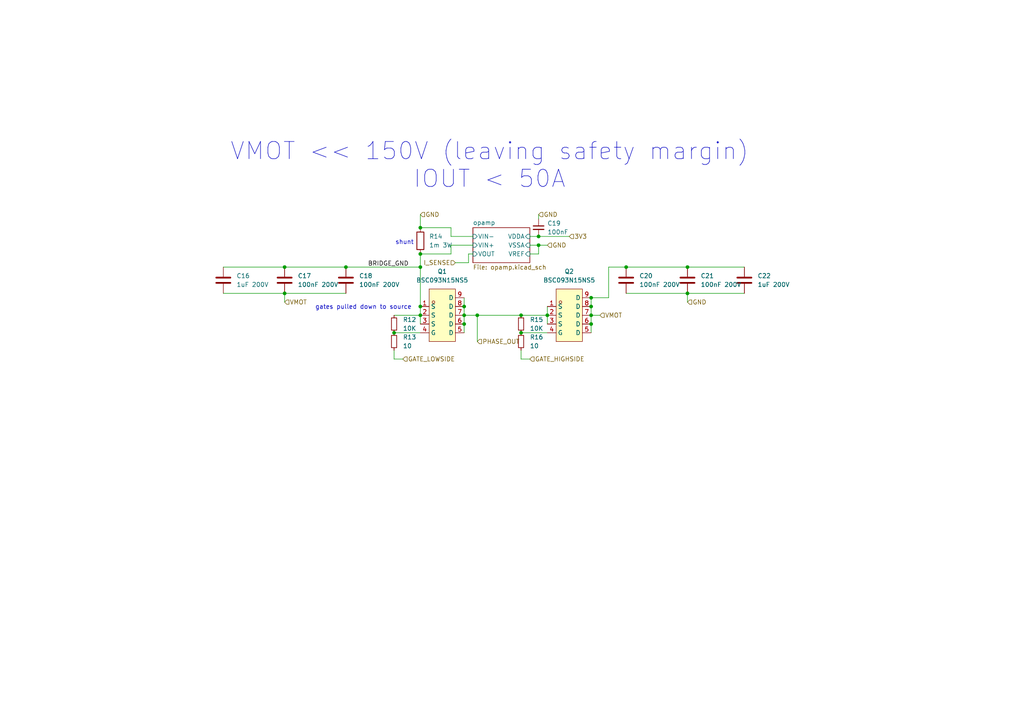
<source format=kicad_sch>
(kicad_sch (version 20250114) (generator "eeschema") (generator_version "9.0")
  (paper "A4")
  (lib_symbols
    (symbol "Device:C" (pin_numbers (hide yes)) (pin_names (offset 0.254))
      (property "Reference" "C" (at 0.635 2.54 0))
      (property "Value" "C" (at 0.635 -2.54 0))
      (symbol "C_0_1"
        (polyline (pts (xy -2.032 0.762) (xy 2.032 0.762)) (stroke (width 0.508)))
        (polyline (pts (xy -2.032 -0.762) (xy 2.032 -0.762)) (stroke (width 0.508)))
      )
      (symbol "C_1_1"
        (pin passive line (at 0 3.81 270) (length 2.794) (name "~") (number "1"))
        (pin passive line (at 0 -3.81 90) (length 2.794) (name "~") (number "2"))
      )
    )
    (symbol "Device:C_Small" (pin_numbers (hide yes)) (pin_names (offset 0.254) (hide yes))
      (property "Reference" "C" (at 0.254 1.778 0))
      (property "Value" "C_Small" (at 0.254 -2.032 0))
      (symbol "C_Small_0_1"
        (polyline (pts (xy -1.524 0.508) (xy 1.524 0.508)) (stroke (width 0.3048)))
        (polyline (pts (xy -1.524 -0.508) (xy 1.524 -0.508)) (stroke (width 0.3302)))
      )
      (symbol "C_Small_1_1"
        (pin passive line (at 0 2.54 270) (length 2.032) (name "~") (number "1"))
        (pin passive line (at 0 -2.54 90) (length 2.032) (name "~") (number "2"))
      )
    )
    (symbol "Device:R" (pin_numbers (hide yes)) (pin_names (offset 0))
      (property "Reference" "R" (at 2.032 0 90))
      (property "Value" "R" (at 0 0 90))
      (symbol "R_0_1"
        (rectangle (start -1.016 -2.54) (end 1.016 2.54) (stroke (width 0.254)))
      )
      (symbol "R_1_1"
        (pin passive line (at 0 3.81 270) (length 1.27) (name "~") (number "1"))
        (pin passive line (at 0 -3.81 90) (length 1.27) (name "~") (number "2"))
      )
    )
    (symbol "Device:R_Small" (pin_numbers (hide yes)) (pin_names (offset 0.254) (hide yes))
      (property "Reference" "R" (at 0 0 90))
      (property "Value" "R_Small" (at 1.778 0 90))
      (symbol "R_Small_0_1"
        (rectangle (start -0.762 1.778) (end 0.762 -1.778) (stroke (width 0.2032)))
      )
      (symbol "R_Small_1_1"
        (pin passive line (at 0 2.54 270) (length 0.762) (name "~") (number "1"))
        (pin passive line (at 0 -2.54 90) (length 0.762) (name "~") (number "2"))
      )
    )
    (symbol "EasyEDA:BSC190N15NS3G(TOKMAS)"
      (property "Reference" "Q" (at 0 10.16 0))
      (property "Value" "BSC190N15NS3G(TOKMAS)" (at 0 -10.16 0))
      (symbol "BSC190N15NS3G(TOKMAS)_0_1"
        (rectangle (start -5.08 7.62) (end 2.54 -7.62) (fill (type background)))
        (circle (center -3.81 3.81) (radius 0.38))
      )
      (symbol "BSC190N15NS3G(TOKMAS)_1_1"
        (pin passive line (at -7.62 2.54 0) (length 2.54) (name "S") (number "1"))
        (pin passive line (at -7.62 0 0) (length 2.54) (name "S") (number "2"))
        (pin passive line (at -7.62 -2.54 0) (length 2.54) (name "S") (number "3"))
        (pin input line (at -7.62 -5.08 0) (length 2.54) (name "G") (number "4"))
        (pin passive line (at 5.08 5.08 180) (length 2.54) (name "D") (number "9"))
        (pin passive line (at 5.08 2.54 180) (length 2.54) (name "D") (number "8"))
        (pin passive line (at 5.08 0 180) (length 2.54) (name "D") (number "7"))
        (pin passive line (at 5.08 -2.54 180) (length 2.54) (name "D") (number "6"))
        (pin passive line (at 5.08 -5.08 180) (length 2.54) (name "D") (number "5"))
      )
    )
  )
  (text "shunt" (at 117.348 70.358 0) (effects (font (size 1.27 1.27))))
  (text "gates pulled down to source" (at 105.41 89.154 0) (effects (font (size 1.27 1.27))))
  (text "VMOT << 150V (leaving safety margin)\nIOUT < 50A" (at 141.986 48.006 0) (effects (font (size 5 5))))
  (junction (at 138.43 91.44))
  (junction (at 199.39 77.47))
  (junction (at 199.39 85.09))
  (junction (at 121.92 66.04))
  (junction (at 151.13 96.52))
  (junction (at 171.45 86.36))
  (junction (at 171.45 88.9))
  (junction (at 82.55 85.09))
  (junction (at 181.61 77.47))
  (junction (at 156.21 71.12))
  (junction (at 100.33 77.47))
  (junction (at 121.92 91.44))
  (junction (at 134.62 88.9))
  (junction (at 134.62 91.44))
  (junction (at 82.55 77.47))
  (junction (at 171.45 93.98))
  (junction (at 121.92 77.47))
  (junction (at 114.3 96.52))
  (junction (at 171.45 91.44))
  (junction (at 156.21 68.58))
  (junction (at 158.75 91.44))
  (junction (at 121.92 73.66))
  (junction (at 134.62 93.98))
  (junction (at 121.92 88.9))
  (junction (at 151.13 91.44))
  (wire (pts (xy 121.92 77.47) (xy 121.92 88.9)))
  (wire (pts (xy 130.81 73.66) (xy 121.92 73.66)))
  (wire (pts (xy 151.13 101.6) (xy 151.13 104.14)))
  (wire (pts (xy 82.55 87.63) (xy 82.55 85.09)))
  (wire (pts (xy 156.21 71.12) (xy 158.75 71.12)))
  (wire (pts (xy 64.77 77.47) (xy 82.55 77.47)))
  (wire (pts (xy 64.77 85.09) (xy 82.55 85.09)))
  (wire (pts (xy 171.45 93.98) (xy 171.45 96.52)))
  (wire (pts (xy 156.21 62.23) (xy 156.21 63.5)))
  (wire (pts (xy 130.81 68.58) (xy 137.16 68.58)))
  (wire (pts (xy 134.62 86.36) (xy 134.62 88.9)))
  (wire (pts (xy 153.67 73.66) (xy 156.21 73.66)))
  (wire (pts (xy 114.3 91.44) (xy 121.92 91.44)))
  (wire (pts (xy 100.33 77.47) (xy 121.92 77.47)))
  (wire (pts (xy 173.99 91.44) (xy 171.45 91.44)))
  (wire (pts (xy 156.21 73.66) (xy 156.21 71.12)))
  (wire (pts (xy 132.08 76.2) (xy 135.89 76.2)))
  (wire (pts (xy 158.75 91.44) (xy 158.75 93.98)))
  (wire (pts (xy 121.92 88.9) (xy 121.92 91.44)))
  (wire (pts (xy 156.21 71.12) (xy 153.67 71.12)))
  (wire (pts (xy 176.53 77.47) (xy 181.61 77.47)))
  (wire (pts (xy 130.81 71.12) (xy 130.81 73.66)))
  (wire (pts (xy 171.45 91.44) (xy 171.45 93.98)))
  (wire (pts (xy 138.43 99.06) (xy 138.43 91.44)))
  (wire (pts (xy 151.13 91.44) (xy 158.75 91.44)))
  (wire (pts (xy 134.62 88.9) (xy 134.62 91.44)))
  (wire (pts (xy 135.89 73.66) (xy 137.16 73.66)))
  (wire (pts (xy 199.39 85.09) (xy 215.9 85.09)))
  (wire (pts (xy 151.13 104.14) (xy 153.67 104.14)))
  (wire (pts (xy 121.92 73.66) (xy 121.92 77.47)))
  (wire (pts (xy 135.89 76.2) (xy 135.89 73.66)))
  (wire (pts (xy 134.62 91.44) (xy 138.43 91.44)))
  (wire (pts (xy 82.55 77.47) (xy 100.33 77.47)))
  (wire (pts (xy 121.92 91.44) (xy 121.92 93.98)))
  (wire (pts (xy 181.61 85.09) (xy 199.39 85.09)))
  (wire (pts (xy 171.45 88.9) (xy 171.45 91.44)))
  (wire (pts (xy 153.67 68.58) (xy 156.21 68.58)))
  (wire (pts (xy 171.45 86.36) (xy 171.45 88.9)))
  (wire (pts (xy 199.39 77.47) (xy 215.9 77.47)))
  (wire (pts (xy 114.3 96.52) (xy 121.92 96.52)))
  (wire (pts (xy 134.62 91.44) (xy 134.62 93.98)))
  (wire (pts (xy 116.84 104.14) (xy 114.3 104.14)))
  (wire (pts (xy 176.53 77.47) (xy 176.53 86.36)))
  (wire (pts (xy 130.81 71.12) (xy 137.16 71.12)))
  (wire (pts (xy 151.13 96.52) (xy 158.75 96.52)))
  (wire (pts (xy 158.75 88.9) (xy 158.75 91.44)))
  (wire (pts (xy 156.21 68.58) (xy 165.1 68.58)))
  (wire (pts (xy 134.62 93.98) (xy 134.62 96.52)))
  (wire (pts (xy 181.61 77.47) (xy 199.39 77.47)))
  (wire (pts (xy 130.81 66.04) (xy 121.92 66.04)))
  (wire (pts (xy 176.53 86.36) (xy 171.45 86.36)))
  (wire (pts (xy 114.3 104.14) (xy 114.3 101.6)))
  (wire (pts (xy 82.55 85.09) (xy 100.33 85.09)))
  (wire (pts (xy 121.92 62.23) (xy 121.92 66.04)))
  (wire (pts (xy 199.39 87.63) (xy 199.39 85.09)))
  (wire (pts (xy 130.81 68.58) (xy 130.81 66.04)))
  (wire (pts (xy 138.43 91.44) (xy 151.13 91.44)))
  (label "BRIDGE_GND" (at 106.68 77.47 0))
  (hierarchical_label "PHASE_OUT" (shape input) (at 138.43 99.06 0))
  (hierarchical_label "GND" (shape input) (at 121.92 62.23 0))
  (hierarchical_label "VMOT" (shape input) (at 173.99 91.44 0))
  (hierarchical_label "GATE_LOWSIDE" (shape input) (at 116.84 104.14 0))
  (hierarchical_label "GND" (shape input) (at 158.75 71.12 0))
  (hierarchical_label "GATE_HIGHSIDE" (shape input) (at 153.67 104.14 0))
  (hierarchical_label "GND" (shape input) (at 199.39 87.63 0))
  (hierarchical_label "VMOT" (shape input) (at 82.55 87.63 0))
  (hierarchical_label "GND" (shape input) (at 156.21 62.23 0))
  (hierarchical_label "I_SENSE" (shape input) (at 132.08 76.2 180))
  (hierarchical_label "3V3" (shape input) (at 165.1 68.58 0))
  (symbol (lib_id "Device:R") (at 121.92 69.85 0) (unit 1)
    (property "Reference" "R14" (at 124.46 68.58 0) (effects (justify left)))
    (property "Value" "1m 3W" (at 124.46 71.12 0) (effects (justify left)))
    (property "Footprint" "Resistor_SMD:R_2512_6332Metric" (effects (hide yes)))
    (property "Description" "Resistor" (effects (hide yes)))
    (instances (project "BLDC-FOC" (path "" (reference "R14") (unit 1)) (path "" (reference "R28") (unit 1)) (path "" (reference "R19") (unit 1))))
  )
  (symbol (lib_id "Device:C") (at 82.55 81.28 0) (unit 1)
    (property "Reference" "C17" (at 86.36 80.01 0) (effects (justify left)))
    (property "Value" "100nF 200V" (at 86.36 82.55 0) (effects (justify left)))
    (property "Footprint" "Capacitor_SMD:C_0805_2012Metric" (effects (hide yes)))
    (property "Description" "Unpolarized capacitor" (effects (hide yes)))
    (instances (project "BLDC-FOC" (path "" (reference "C17") (unit 1)) (path "" (reference "C31") (unit 1)) (path "" (reference "C24") (unit 1))))
  )
  (symbol (lib_id "Device:C") (at 64.77 81.28 0) (unit 1)
    (property "Reference" "C16" (at 68.58 80.01 0) (effects (justify left)))
    (property "Value" "1uF 200V" (at 68.58 82.55 0) (effects (justify left)))
    (property "Footprint" "Capacitor_SMD:C_1812_4532Metric" (effects (hide yes)))
    (property "Description" "Unpolarized capacitor" (effects (hide yes)))
    (instances (project "BLDC-FOC" (path "" (reference "C16") (unit 1)) (path "" (reference "C30") (unit 1)) (path "" (reference "C23") (unit 1))))
  )
  (symbol (lib_id "Device:R_Small") (at 151.13 93.98 0) (unit 1)
    (property "Reference" "R15" (at 153.67 92.71 0) (effects (justify left)))
    (property "Value" "10K" (at 153.67 95.25 0) (effects (justify left)))
    (property "Footprint" "Resistor_SMD:R_0603_1608Metric" (effects (hide yes)))
    (property "Description" "Resistor, small symbol" (effects (hide yes)))
    (instances (project "BLDC-FOC" (path "" (reference "R15") (unit 1)) (path "" (reference "R29") (unit 1)) (path "" (reference "R20") (unit 1))))
  )
  (symbol (lib_id "Device:R_Small") (at 114.3 99.06 0) (unit 1)
    (property "Reference" "R13" (at 116.84 97.79 0) (effects (justify left)))
    (property "Value" "10" (at 116.84 100.33 0) (effects (justify left)))
    (property "Footprint" "Resistor_SMD:R_0603_1608Metric" (effects (hide yes)))
    (property "Description" "Resistor, small symbol" (effects (hide yes)))
    (instances (project "BLDC-FOC" (path "" (reference "R13") (unit 1)) (path "" (reference "R27") (unit 1)) (path "" (reference "R18") (unit 1))))
  )
  (symbol (lib_id "EasyEDA:BSC190N15NS3G(TOKMAS)") (at 166.37 91.44 0) (unit 1)
    (property "Reference" "Q2" (at 165.1 78.74 0))
    (property "Value" "BSC093N15NS5" (at 165.1 81.28 0))
    (property "Footprint" "EasyEDA:DFN-8_L5.5-W5.2-P1.27-LS6.1-BL" (effects (hide yes)))
    (property "LCSC Part" "C19626231" (effects (hide yes)))
    (instances (project "BLDC-FOC" (path "" (reference "Q2") (unit 1)) (path "" (reference "Q6") (unit 1)) (path "" (reference "Q4") (unit 1))))
  )
  (symbol (lib_id "Device:C") (at 181.61 81.28 0) (unit 1)
    (property "Reference" "C20" (at 185.42 80.01 0) (effects (justify left)))
    (property "Value" "100nF 200V" (at 185.42 82.55 0) (effects (justify left)))
    (property "Footprint" "Capacitor_SMD:C_0805_2012Metric" (effects (hide yes)))
    (property "Description" "Unpolarized capacitor" (effects (hide yes)))
    (instances (project "BLDC-FOC" (path "" (reference "C20") (unit 1)) (path "" (reference "C34") (unit 1)) (path "" (reference "C27") (unit 1))))
  )
  (symbol (lib_id "Device:C") (at 199.39 81.28 0) (unit 1)
    (property "Reference" "C21" (at 203.2 80.01 0) (effects (justify left)))
    (property "Value" "100nF 200V" (at 203.2 82.55 0) (effects (justify left)))
    (property "Footprint" "Capacitor_SMD:C_0805_2012Metric" (effects (hide yes)))
    (property "Description" "Unpolarized capacitor" (effects (hide yes)))
    (instances (project "BLDC-FOC" (path "" (reference "C21") (unit 1)) (path "" (reference "C35") (unit 1)) (path "" (reference "C28") (unit 1))))
  )
  (symbol (lib_id "Device:C") (at 100.33 81.28 0) (unit 1)
    (property "Reference" "C18" (at 104.14 80.01 0) (effects (justify left)))
    (property "Value" "100nF 200V" (at 104.14 82.55 0) (effects (justify left)))
    (property "Footprint" "Capacitor_SMD:C_0805_2012Metric" (effects (hide yes)))
    (property "Description" "Unpolarized capacitor" (effects (hide yes)))
    (instances (project "" (path "" (reference "C18") (unit 1)) (path "" (reference "C32") (unit 1)) (path "" (reference "C25") (unit 1))))
  )
  (symbol (lib_id "EasyEDA:BSC190N15NS3G(TOKMAS)") (at 129.54 91.44 0) (unit 1)
    (property "Reference" "Q1" (at 128.27 78.74 0))
    (property "Value" "BSC093N15NS5" (at 128.27 81.28 0))
    (property "Footprint" "EasyEDA:DFN-8_L5.5-W5.2-P1.27-LS6.1-BL" (effects (hide yes)))
    (property "LCSC Part" "C19626231" (effects (hide yes)))
    (instances (project "BLDC-FOC" (path "" (reference "Q1") (unit 1)) (path "" (reference "Q5") (unit 1)) (path "" (reference "Q3") (unit 1))))
  )
  (symbol (lib_id "Device:R_Small") (at 151.13 99.06 0) (unit 1)
    (property "Reference" "R16" (at 153.67 97.79 0) (effects (justify left)))
    (property "Value" "10" (at 153.67 100.33 0) (effects (justify left)))
    (property "Footprint" "Resistor_SMD:R_0603_1608Metric" (effects (hide yes)))
    (property "Description" "Resistor, small symbol" (effects (hide yes)))
    (instances (project "BLDC-FOC" (path "" (reference "R16") (unit 1)) (path "" (reference "R30") (unit 1)) (path "" (reference "R21") (unit 1))))
  )
  (symbol (lib_id "Device:R_Small") (at 114.3 93.98 0) (unit 1)
    (property "Reference" "R12" (at 116.84 92.71 0) (effects (justify left)))
    (property "Value" "10K" (at 116.84 95.25 0) (effects (justify left)))
    (property "Footprint" "Resistor_SMD:R_0603_1608Metric" (effects (hide yes)))
    (property "Description" "Resistor, small symbol" (effects (hide yes)))
    (instances (project "BLDC-FOC" (path "" (reference "R12") (unit 1)) (path "" (reference "R26") (unit 1)) (path "" (reference "R17") (unit 1))))
  )
  (symbol (lib_id "Device:C_Small") (at 156.21 66.04 0) (unit 1)
    (property "Reference" "C19" (at 158.75 64.7763 0) (effects (justify left)))
    (property "Value" "100nF" (at 158.75 67.3163 0) (effects (justify left)))
    (property "Footprint" "Capacitor_SMD:C_0603_1608Metric" (effects (hide yes)))
    (property "Description" "Unpolarized capacitor, small symbol" (effects (hide yes)))
    (instances (project "BLDC-FOC" (path "" (reference "C19") (unit 1)) (path "" (reference "C33") (unit 1)) (path "" (reference "C26") (unit 1))))
  )
  (symbol (lib_id "Device:C") (at 215.9 81.28 0) (unit 1)
    (property "Reference" "C22" (at 219.71 80.01 0) (effects (justify left)))
    (property "Value" "1uF 200V" (at 219.71 82.55 0) (effects (justify left)))
    (property "Footprint" "Capacitor_SMD:C_1812_4532Metric" (effects (hide yes)))
    (property "Description" "Unpolarized capacitor" (effects (hide yes)))
    (instances (project "BLDC-FOC" (path "" (reference "C22") (unit 1)) (path "" (reference "C36") (unit 1)) (path "" (reference "C29") (unit 1))))
  )
  (sheet (at 137.16 66.04) (size 16.51 10.16) (stroke (width 0.1524))
    (property "Sheetname" "opamp" (at 137.16 65.3284 0) (effects (justify left bottom)))
    (property "Sheetfile" "opamp.kicad_sch" (at 137.16 76.7846 0) (effects (justify left top)))
    (pin "VDDA" input (at 153.67 68.58 0))
    (pin "VIN+" input (at 137.16 71.12 180))
    (pin "VOUT" input (at 137.16 73.66 180))
    (pin "VREF" input (at 153.67 73.66 0))
    (pin "VSSA" input (at 153.67 71.12 0))
    (pin "VIN-" input (at 137.16 68.58 180))
  )
)
</source>
